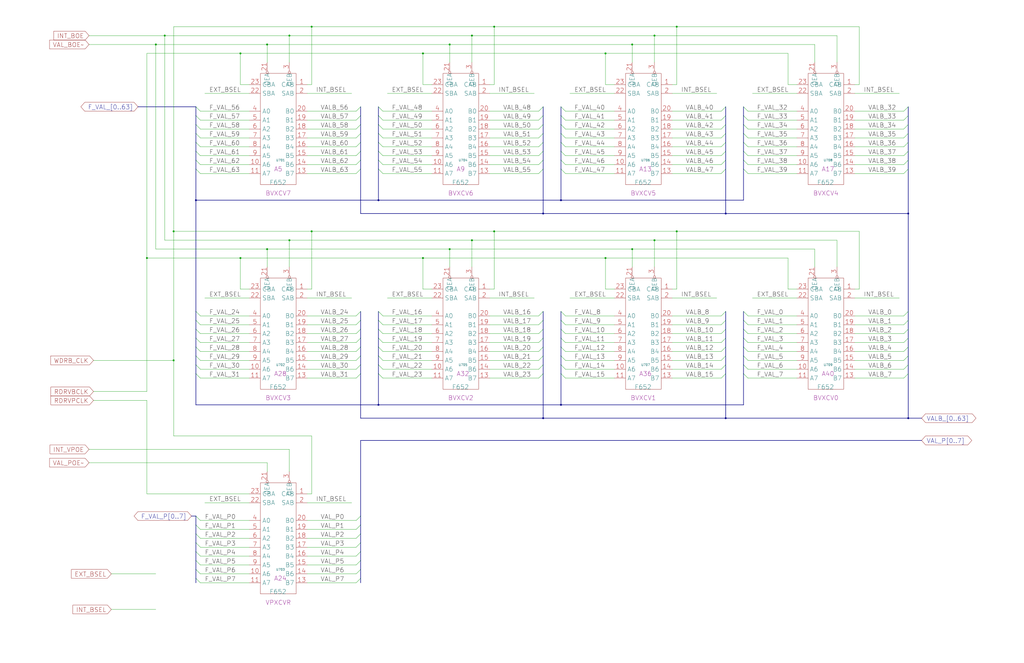
<source format=kicad_sch>
(kicad_sch (version 20230121) (generator eeschema)
  (paper "User" 584.2 378.46)
  (title_block (title "BXCVR\\nVAL AND VAL_PARITY") (date "08-MAR-90") (rev "0.0") (comment 1 "MEM32 BOARD") (comment 2 "232-003066") (comment 3 "S400") (comment 4 "RELEASED"))
  (lib_symbols
    (symbol "r1000:F652" (pin_names (offset 1.016))
      (property "Reference" "U" (at 2.54 5.08 0))
      (property "Value" "F652" (at -3.81 -7.62 0))
      (property "Location" "___" (at -1.27 0 0))
      (property "Name" "______" (at 1.27 -15.24 0))
      (symbol "F652_1_1"
        (rectangle (start -8.89 54.61) (end 11.43 -8.89))
        (circle (center -5.08 55.245) (radius 0.635))
        (circle (center 7.62 55.245) (radius 0.635))
        (pin input line (at 17.78 48.26 180) (length 6.35) (name "CAB") (number "1"))
        (pin bidirectional line (at -15.24 2.54 0) (length 6.35) (name "A6") (number "10"))
        (pin bidirectional line (at -15.24 -2.54 0) (length 6.35) (name "A7") (number "11"))
        (pin bidirectional line (at 17.78 -2.54 180) (length 6.35) (name "B7") (number "13"))
        (pin bidirectional line (at 17.78 2.54 180) (length 6.35) (name "B6") (number "14"))
        (pin bidirectional line (at 17.78 7.62 180) (length 6.35) (name "B5") (number "15"))
        (pin bidirectional line (at 17.78 12.7 180) (length 6.35) (name "B4") (number "16"))
        (pin bidirectional line (at 17.78 17.78 180) (length 6.35) (name "B3") (number "17"))
        (pin bidirectional line (at 17.78 22.86 180) (length 6.35) (name "B2") (number "18"))
        (pin bidirectional line (at 17.78 27.94 180) (length 6.35) (name "B1") (number "19"))
        (pin input line (at 17.78 43.18 180) (length 6.35) (name "SAB") (number "2"))
        (pin bidirectional line (at 17.78 33.02 180) (length 6.35) (name "B0") (number "20"))
        (pin input line (at -5.08 60.96 270) (length 5.08) (name "OEA") (number "21"))
        (pin input line (at -15.24 43.18 0) (length 6.35) (name "SBA") (number "22"))
        (pin input line (at -15.24 48.26 0) (length 6.35) (name "CBA") (number "23"))
        (pin input line (at 7.62 60.96 270) (length 5.08) (name "OEB") (number "3"))
        (pin bidirectional line (at -15.24 33.02 0) (length 6.35) (name "A0") (number "4"))
        (pin bidirectional line (at -15.24 27.94 0) (length 6.35) (name "A1") (number "5"))
        (pin bidirectional line (at -15.24 22.86 0) (length 6.35) (name "A2") (number "6"))
        (pin bidirectional line (at -15.24 17.78 0) (length 6.35) (name "A3") (number "7"))
        (pin bidirectional line (at -15.24 12.7 0) (length 6.35) (name "A4") (number "8"))
        (pin bidirectional line (at -15.24 7.62 0) (length 6.35) (name "A5") (number "9"))
      )
    )
  )
  (junction (at 93.98 20.32))
  (junction (at 320.04 231.14))
  (junction (at 373.38 137.16))
  (junction (at 165.1 137.16))
  (junction (at 309.88 121.92))
  (junction (at 345.44 30.48))
  (junction (at 256.54 142.24))
  (junction (at 414.02 238.76))
  (junction (at 373.38 20.32))
  (junction (at 152.4 25.4))
  (junction (at 165.1 20.32))
  (junction (at 83.82 147.32))
  (junction (at 256.54 25.4))
  (junction (at 99.06 132.08))
  (junction (at 269.24 20.32))
  (junction (at 88.9 25.4))
  (junction (at 320.04 114.3))
  (junction (at 177.8 132.08))
  (junction (at 215.9 114.3))
  (junction (at 137.16 30.48))
  (junction (at 345.44 147.32))
  (junction (at 518.16 121.92))
  (junction (at 360.68 142.24))
  (junction (at 152.4 142.24))
  (junction (at 281.94 132.08))
  (junction (at 137.16 147.32))
  (junction (at 241.3 30.48))
  (junction (at 215.9 231.14))
  (junction (at 386.08 15.24))
  (junction (at 518.16 238.76))
  (junction (at 177.8 15.24))
  (junction (at 386.08 132.08))
  (junction (at 281.94 15.24))
  (junction (at 309.88 238.76))
  (junction (at 269.24 137.16))
  (junction (at 360.68 25.4))
  (junction (at 241.3 147.32))
  (junction (at 99.06 205.74))
  (junction (at 414.02 121.92))
  (junction (at 111.76 114.3))
  (bus_entry (at 320.04 193.04) (size 2.54 2.54))
  (bus_entry (at 309.88 81.28) (size -2.54 2.54))
  (bus_entry (at 309.88 193.04) (size -2.54 2.54))
  (bus_entry (at 111.76 187.96) (size 2.54 2.54))
  (bus_entry (at 111.76 213.36) (size 2.54 2.54))
  (bus_entry (at 215.9 177.8) (size 2.54 2.54))
  (bus_entry (at 215.9 60.96) (size 2.54 2.54))
  (bus_entry (at 205.74 91.44) (size -2.54 2.54))
  (bus_entry (at 111.76 66.04) (size 2.54 2.54))
  (bus_entry (at 111.76 182.88) (size 2.54 2.54))
  (bus_entry (at 414.02 177.8) (size -2.54 2.54))
  (bus_entry (at 309.88 76.2) (size -2.54 2.54))
  (bus_entry (at 518.16 91.44) (size -2.54 2.54))
  (bus_entry (at 111.76 314.96) (size 2.54 2.54))
  (bus_entry (at 320.04 66.04) (size 2.54 2.54))
  (bus_entry (at 414.02 66.04) (size -2.54 2.54))
  (bus_entry (at 215.9 71.12) (size 2.54 2.54))
  (bus_entry (at 215.9 76.2) (size 2.54 2.54))
  (bus_entry (at 320.04 96.52) (size 2.54 2.54))
  (bus_entry (at 424.18 66.04) (size 2.54 2.54))
  (bus_entry (at 414.02 193.04) (size -2.54 2.54))
  (bus_entry (at 424.18 208.28) (size 2.54 2.54))
  (bus_entry (at 111.76 203.2) (size 2.54 2.54))
  (bus_entry (at 518.16 60.96) (size -2.54 2.54))
  (bus_entry (at 111.76 86.36) (size 2.54 2.54))
  (bus_entry (at 111.76 76.2) (size 2.54 2.54))
  (bus_entry (at 518.16 71.12) (size -2.54 2.54))
  (bus_entry (at 424.18 60.96) (size 2.54 2.54))
  (bus_entry (at 320.04 177.8) (size 2.54 2.54))
  (bus_entry (at 424.18 76.2) (size 2.54 2.54))
  (bus_entry (at 518.16 208.28) (size -2.54 2.54))
  (bus_entry (at 205.74 330.2) (size -2.54 2.54))
  (bus_entry (at 309.88 71.12) (size -2.54 2.54))
  (bus_entry (at 111.76 71.12) (size 2.54 2.54))
  (bus_entry (at 205.74 294.64) (size -2.54 2.54))
  (bus_entry (at 205.74 304.8) (size -2.54 2.54))
  (bus_entry (at 518.16 177.8) (size -2.54 2.54))
  (bus_entry (at 215.9 91.44) (size 2.54 2.54))
  (bus_entry (at 309.88 96.52) (size -2.54 2.54))
  (bus_entry (at 215.9 213.36) (size 2.54 2.54))
  (bus_entry (at 309.88 208.28) (size -2.54 2.54))
  (bus_entry (at 320.04 198.12) (size 2.54 2.54))
  (bus_entry (at 518.16 182.88) (size -2.54 2.54))
  (bus_entry (at 414.02 81.28) (size -2.54 2.54))
  (bus_entry (at 518.16 203.2) (size -2.54 2.54))
  (bus_entry (at 424.18 203.2) (size 2.54 2.54))
  (bus_entry (at 111.76 320.04) (size 2.54 2.54))
  (bus_entry (at 309.88 60.96) (size -2.54 2.54))
  (bus_entry (at 111.76 294.64) (size 2.54 2.54))
  (bus_entry (at 111.76 193.04) (size 2.54 2.54))
  (bus_entry (at 309.88 91.44) (size -2.54 2.54))
  (bus_entry (at 414.02 198.12) (size -2.54 2.54))
  (bus_entry (at 320.04 76.2) (size 2.54 2.54))
  (bus_entry (at 320.04 182.88) (size 2.54 2.54))
  (bus_entry (at 309.88 177.8) (size -2.54 2.54))
  (bus_entry (at 205.74 203.2) (size -2.54 2.54))
  (bus_entry (at 414.02 60.96) (size -2.54 2.54))
  (bus_entry (at 320.04 208.28) (size 2.54 2.54))
  (bus_entry (at 320.04 187.96) (size 2.54 2.54))
  (bus_entry (at 111.76 60.96) (size 2.54 2.54))
  (bus_entry (at 414.02 76.2) (size -2.54 2.54))
  (bus_entry (at 518.16 66.04) (size -2.54 2.54))
  (bus_entry (at 205.74 81.28) (size -2.54 2.54))
  (bus_entry (at 215.9 96.52) (size 2.54 2.54))
  (bus_entry (at 205.74 96.52) (size -2.54 2.54))
  (bus_entry (at 320.04 203.2) (size 2.54 2.54))
  (bus_entry (at 205.74 86.36) (size -2.54 2.54))
  (bus_entry (at 215.9 86.36) (size 2.54 2.54))
  (bus_entry (at 424.18 96.52) (size 2.54 2.54))
  (bus_entry (at 414.02 71.12) (size -2.54 2.54))
  (bus_entry (at 205.74 193.04) (size -2.54 2.54))
  (bus_entry (at 309.88 187.96) (size -2.54 2.54))
  (bus_entry (at 320.04 86.36) (size 2.54 2.54))
  (bus_entry (at 205.74 76.2) (size -2.54 2.54))
  (bus_entry (at 424.18 91.44) (size 2.54 2.54))
  (bus_entry (at 414.02 203.2) (size -2.54 2.54))
  (bus_entry (at 309.88 198.12) (size -2.54 2.54))
  (bus_entry (at 111.76 304.8) (size 2.54 2.54))
  (bus_entry (at 424.18 177.8) (size 2.54 2.54))
  (bus_entry (at 215.9 66.04) (size 2.54 2.54))
  (bus_entry (at 518.16 193.04) (size -2.54 2.54))
  (bus_entry (at 215.9 187.96) (size 2.54 2.54))
  (bus_entry (at 205.74 309.88) (size -2.54 2.54))
  (bus_entry (at 424.18 198.12) (size 2.54 2.54))
  (bus_entry (at 205.74 198.12) (size -2.54 2.54))
  (bus_entry (at 518.16 187.96) (size -2.54 2.54))
  (bus_entry (at 205.74 208.28) (size -2.54 2.54))
  (bus_entry (at 111.76 81.28) (size 2.54 2.54))
  (bus_entry (at 111.76 309.88) (size 2.54 2.54))
  (bus_entry (at 215.9 193.04) (size 2.54 2.54))
  (bus_entry (at 205.74 177.8) (size -2.54 2.54))
  (bus_entry (at 205.74 314.96) (size -2.54 2.54))
  (bus_entry (at 424.18 193.04) (size 2.54 2.54))
  (bus_entry (at 414.02 96.52) (size -2.54 2.54))
  (bus_entry (at 205.74 187.96) (size -2.54 2.54))
  (bus_entry (at 320.04 60.96) (size 2.54 2.54))
  (bus_entry (at 309.88 66.04) (size -2.54 2.54))
  (bus_entry (at 518.16 76.2) (size -2.54 2.54))
  (bus_entry (at 424.18 182.88) (size 2.54 2.54))
  (bus_entry (at 424.18 213.36) (size 2.54 2.54))
  (bus_entry (at 518.16 213.36) (size -2.54 2.54))
  (bus_entry (at 309.88 182.88) (size -2.54 2.54))
  (bus_entry (at 518.16 96.52) (size -2.54 2.54))
  (bus_entry (at 414.02 213.36) (size -2.54 2.54))
  (bus_entry (at 111.76 91.44) (size 2.54 2.54))
  (bus_entry (at 414.02 91.44) (size -2.54 2.54))
  (bus_entry (at 424.18 71.12) (size 2.54 2.54))
  (bus_entry (at 414.02 187.96) (size -2.54 2.54))
  (bus_entry (at 205.74 60.96) (size -2.54 2.54))
  (bus_entry (at 111.76 325.12) (size 2.54 2.54))
  (bus_entry (at 414.02 86.36) (size -2.54 2.54))
  (bus_entry (at 111.76 177.8) (size 2.54 2.54))
  (bus_entry (at 309.88 203.2) (size -2.54 2.54))
  (bus_entry (at 111.76 198.12) (size 2.54 2.54))
  (bus_entry (at 215.9 198.12) (size 2.54 2.54))
  (bus_entry (at 518.16 86.36) (size -2.54 2.54))
  (bus_entry (at 414.02 208.28) (size -2.54 2.54))
  (bus_entry (at 424.18 81.28) (size 2.54 2.54))
  (bus_entry (at 205.74 66.04) (size -2.54 2.54))
  (bus_entry (at 215.9 203.2) (size 2.54 2.54))
  (bus_entry (at 518.16 198.12) (size -2.54 2.54))
  (bus_entry (at 320.04 71.12) (size 2.54 2.54))
  (bus_entry (at 215.9 208.28) (size 2.54 2.54))
  (bus_entry (at 111.76 299.72) (size 2.54 2.54))
  (bus_entry (at 205.74 320.04) (size -2.54 2.54))
  (bus_entry (at 205.74 299.72) (size -2.54 2.54))
  (bus_entry (at 205.74 213.36) (size -2.54 2.54))
  (bus_entry (at 205.74 325.12) (size -2.54 2.54))
  (bus_entry (at 309.88 86.36) (size -2.54 2.54))
  (bus_entry (at 424.18 86.36) (size 2.54 2.54))
  (bus_entry (at 424.18 187.96) (size 2.54 2.54))
  (bus_entry (at 205.74 182.88) (size -2.54 2.54))
  (bus_entry (at 414.02 182.88) (size -2.54 2.54))
  (bus_entry (at 111.76 208.28) (size 2.54 2.54))
  (bus_entry (at 518.16 81.28) (size -2.54 2.54))
  (bus_entry (at 111.76 330.2) (size 2.54 2.54))
  (bus_entry (at 320.04 81.28) (size 2.54 2.54))
  (bus_entry (at 215.9 81.28) (size 2.54 2.54))
  (bus_entry (at 309.88 213.36) (size -2.54 2.54))
  (bus_entry (at 111.76 96.52) (size 2.54 2.54))
  (bus_entry (at 320.04 91.44) (size 2.54 2.54))
  (bus_entry (at 215.9 182.88) (size 2.54 2.54))
  (bus_entry (at 320.04 213.36) (size 2.54 2.54))
  (bus_entry (at 205.74 71.12) (size -2.54 2.54))
  (wire (pts (xy 454.66 48.26) (xy 449.58 48.26)))
  (bus (pts (xy 320.04 187.96) (xy 320.04 193.04)))
  (wire (pts (xy 177.8 15.24) (xy 177.8 48.26)))
  (wire (pts (xy 383.54 180.34) (xy 411.48 180.34)))
  (wire (pts (xy 449.58 147.32) (xy 449.58 165.1)))
  (bus (pts (xy 205.74 238.76) (xy 309.88 238.76)))
  (wire (pts (xy 279.4 88.9) (xy 307.34 88.9)))
  (wire (pts (xy 218.44 68.58) (xy 246.38 68.58)))
  (bus (pts (xy 205.74 182.88) (xy 205.74 187.96)))
  (wire (pts (xy 175.26 63.5) (xy 203.2 63.5)))
  (wire (pts (xy 63.5 347.98) (xy 88.9 347.98)))
  (wire (pts (xy 246.38 48.26) (xy 241.3 48.26)))
  (wire (pts (xy 218.44 73.66) (xy 246.38 73.66)))
  (bus (pts (xy 424.18 60.96) (xy 424.18 66.04)))
  (wire (pts (xy 99.06 132.08) (xy 99.06 15.24)))
  (wire (pts (xy 175.26 302.26) (xy 203.2 302.26)))
  (wire (pts (xy 322.58 83.82) (xy 350.52 83.82)))
  (bus (pts (xy 215.9 114.3) (xy 111.76 114.3)))
  (bus (pts (xy 414.02 86.36) (xy 414.02 91.44)))
  (wire (pts (xy 269.24 20.32) (xy 269.24 35.56)))
  (wire (pts (xy 426.72 78.74) (xy 454.66 78.74)))
  (wire (pts (xy 386.08 132.08) (xy 281.94 132.08)))
  (wire (pts (xy 279.4 165.1) (xy 281.94 165.1)))
  (bus (pts (xy 309.88 86.36) (xy 309.88 91.44)))
  (wire (pts (xy 114.3 88.9) (xy 142.24 88.9)))
  (wire (pts (xy 487.68 73.66) (xy 515.62 73.66)))
  (wire (pts (xy 175.26 78.74) (xy 203.2 78.74)))
  (wire (pts (xy 426.72 73.66) (xy 454.66 73.66)))
  (wire (pts (xy 383.54 215.9) (xy 411.48 215.9)))
  (wire (pts (xy 246.38 165.1) (xy 241.3 165.1)))
  (bus (pts (xy 205.74 294.64) (xy 205.74 299.72)))
  (wire (pts (xy 218.44 200.66) (xy 246.38 200.66)))
  (bus (pts (xy 320.04 198.12) (xy 320.04 203.2)))
  (wire (pts (xy 114.3 190.5) (xy 142.24 190.5)))
  (wire (pts (xy 142.24 48.26) (xy 137.16 48.26)))
  (wire (pts (xy 322.58 78.74) (xy 350.52 78.74)))
  (bus (pts (xy 111.76 71.12) (xy 111.76 76.2)))
  (wire (pts (xy 487.68 180.34) (xy 515.62 180.34)))
  (wire (pts (xy 175.26 73.66) (xy 203.2 73.66)))
  (wire (pts (xy 279.4 205.74) (xy 307.34 205.74)))
  (bus (pts (xy 518.16 60.96) (xy 518.16 66.04)))
  (wire (pts (xy 487.68 210.82) (xy 515.62 210.82)))
  (wire (pts (xy 114.3 99.06) (xy 142.24 99.06)))
  (bus (pts (xy 424.18 76.2) (xy 424.18 81.28)))
  (bus (pts (xy 111.76 76.2) (xy 111.76 81.28)))
  (bus (pts (xy 205.74 121.92) (xy 309.88 121.92)))
  (wire (pts (xy 53.34 228.6) (xy 83.82 228.6)))
  (bus (pts (xy 518.16 177.8) (xy 518.16 182.88)))
  (wire (pts (xy 165.1 256.54) (xy 165.1 269.24)))
  (wire (pts (xy 279.4 48.26) (xy 281.94 48.26)))
  (wire (pts (xy 279.4 78.74) (xy 307.34 78.74)))
  (wire (pts (xy 325.12 170.18) (xy 350.52 170.18)))
  (bus (pts (xy 309.88 60.96) (xy 309.88 66.04)))
  (bus (pts (xy 309.88 76.2) (xy 309.88 81.28)))
  (wire (pts (xy 487.68 195.58) (xy 515.62 195.58)))
  (wire (pts (xy 281.94 132.08) (xy 177.8 132.08)))
  (wire (pts (xy 218.44 93.98) (xy 246.38 93.98)))
  (wire (pts (xy 175.26 68.58) (xy 203.2 68.58)))
  (wire (pts (xy 93.98 137.16) (xy 165.1 137.16)))
  (wire (pts (xy 345.44 147.32) (xy 449.58 147.32)))
  (wire (pts (xy 487.68 68.58) (xy 515.62 68.58)))
  (wire (pts (xy 279.4 63.5) (xy 307.34 63.5)))
  (wire (pts (xy 487.68 48.26) (xy 490.22 48.26)))
  (bus (pts (xy 111.76 193.04) (xy 111.76 198.12)))
  (wire (pts (xy 114.3 317.5) (xy 142.24 317.5)))
  (bus (pts (xy 320.04 91.44) (xy 320.04 96.52)))
  (wire (pts (xy 426.72 185.42) (xy 454.66 185.42)))
  (wire (pts (xy 281.94 15.24) (xy 386.08 15.24)))
  (wire (pts (xy 426.72 68.58) (xy 454.66 68.58)))
  (wire (pts (xy 177.8 132.08) (xy 99.06 132.08)))
  (bus (pts (xy 424.18 187.96) (xy 424.18 193.04)))
  (wire (pts (xy 114.3 332.74) (xy 142.24 332.74)))
  (bus (pts (xy 414.02 66.04) (xy 414.02 71.12)))
  (wire (pts (xy 152.4 25.4) (xy 256.54 25.4)))
  (bus (pts (xy 309.88 96.52) (xy 309.88 121.92)))
  (bus (pts (xy 215.9 86.36) (xy 215.9 91.44)))
  (wire (pts (xy 152.4 142.24) (xy 152.4 152.4)))
  (wire (pts (xy 373.38 137.16) (xy 373.38 152.4)))
  (bus (pts (xy 518.16 96.52) (xy 518.16 121.92)))
  (bus (pts (xy 320.04 203.2) (xy 320.04 208.28)))
  (bus (pts (xy 309.88 182.88) (xy 309.88 187.96)))
  (bus (pts (xy 309.88 66.04) (xy 309.88 71.12)))
  (wire (pts (xy 88.9 25.4) (xy 152.4 25.4)))
  (bus (pts (xy 205.74 177.8) (xy 205.74 182.88)))
  (bus (pts (xy 424.18 177.8) (xy 424.18 182.88)))
  (bus (pts (xy 111.76 299.72) (xy 111.76 304.8)))
  (wire (pts (xy 360.68 142.24) (xy 256.54 142.24)))
  (wire (pts (xy 279.4 68.58) (xy 307.34 68.58)))
  (wire (pts (xy 137.16 147.32) (xy 241.3 147.32)))
  (bus (pts (xy 414.02 203.2) (xy 414.02 208.28)))
  (wire (pts (xy 429.26 170.18) (xy 454.66 170.18)))
  (bus (pts (xy 414.02 213.36) (xy 414.02 238.76)))
  (wire (pts (xy 383.54 73.66) (xy 411.48 73.66)))
  (wire (pts (xy 429.26 53.34) (xy 454.66 53.34)))
  (wire (pts (xy 218.44 180.34) (xy 246.38 180.34)))
  (bus (pts (xy 320.04 177.8) (xy 320.04 182.88)))
  (wire (pts (xy 114.3 210.82) (xy 142.24 210.82)))
  (wire (pts (xy 175.26 281.94) (xy 177.8 281.94)))
  (wire (pts (xy 175.26 307.34) (xy 203.2 307.34)))
  (wire (pts (xy 487.68 93.98) (xy 515.62 93.98)))
  (bus (pts (xy 518.16 71.12) (xy 518.16 76.2)))
  (wire (pts (xy 175.26 322.58) (xy 203.2 322.58)))
  (wire (pts (xy 177.8 248.92) (xy 99.06 248.92)))
  (wire (pts (xy 426.72 210.82) (xy 454.66 210.82)))
  (bus (pts (xy 309.88 213.36) (xy 309.88 238.76)))
  (wire (pts (xy 83.82 30.48) (xy 83.82 147.32)))
  (wire (pts (xy 53.34 223.52) (xy 83.82 223.52)))
  (wire (pts (xy 99.06 205.74) (xy 99.06 132.08)))
  (bus (pts (xy 111.76 81.28) (xy 111.76 86.36)))
  (wire (pts (xy 241.3 30.48) (xy 137.16 30.48)))
  (bus (pts (xy 205.74 198.12) (xy 205.74 203.2)))
  (wire (pts (xy 256.54 142.24) (xy 152.4 142.24)))
  (wire (pts (xy 50.8 25.4) (xy 88.9 25.4)))
  (wire (pts (xy 477.52 137.16) (xy 477.52 152.4)))
  (bus (pts (xy 215.9 76.2) (xy 215.9 81.28)))
  (wire (pts (xy 383.54 93.98) (xy 411.48 93.98)))
  (bus (pts (xy 205.74 213.36) (xy 205.74 238.76)))
  (bus (pts (xy 205.74 81.28) (xy 205.74 86.36)))
  (wire (pts (xy 137.16 30.48) (xy 83.82 30.48)))
  (wire (pts (xy 383.54 68.58) (xy 411.48 68.58)))
  (wire (pts (xy 165.1 20.32) (xy 93.98 20.32)))
  (wire (pts (xy 218.44 185.42) (xy 246.38 185.42)))
  (wire (pts (xy 114.3 83.82) (xy 142.24 83.82)))
  (wire (pts (xy 114.3 73.66) (xy 142.24 73.66)))
  (wire (pts (xy 449.58 30.48) (xy 345.44 30.48)))
  (bus (pts (xy 205.74 71.12) (xy 205.74 76.2)))
  (wire (pts (xy 218.44 205.74) (xy 246.38 205.74)))
  (wire (pts (xy 350.52 165.1) (xy 345.44 165.1)))
  (wire (pts (xy 175.26 200.66) (xy 203.2 200.66)))
  (wire (pts (xy 345.44 147.32) (xy 345.44 165.1)))
  (bus (pts (xy 205.74 320.04) (xy 205.74 325.12)))
  (wire (pts (xy 426.72 205.74) (xy 454.66 205.74)))
  (bus (pts (xy 414.02 76.2) (xy 414.02 81.28)))
  (bus (pts (xy 424.18 81.28) (xy 424.18 86.36)))
  (wire (pts (xy 426.72 88.9) (xy 454.66 88.9)))
  (wire (pts (xy 383.54 53.34) (xy 408.94 53.34)))
  (bus (pts (xy 424.18 71.12) (xy 424.18 76.2)))
  (wire (pts (xy 464.82 142.24) (xy 360.68 142.24)))
  (bus (pts (xy 215.9 193.04) (xy 215.9 198.12)))
  (bus (pts (xy 518.16 187.96) (xy 518.16 193.04)))
  (wire (pts (xy 218.44 83.82) (xy 246.38 83.82)))
  (bus (pts (xy 518.16 198.12) (xy 518.16 203.2)))
  (wire (pts (xy 383.54 99.06) (xy 411.48 99.06)))
  (wire (pts (xy 256.54 25.4) (xy 256.54 35.56)))
  (wire (pts (xy 383.54 165.1) (xy 386.08 165.1)))
  (bus (pts (xy 205.74 251.46) (xy 205.74 294.64)))
  (bus (pts (xy 309.88 177.8) (xy 309.88 182.88)))
  (wire (pts (xy 99.06 248.92) (xy 99.06 205.74)))
  (wire (pts (xy 279.4 180.34) (xy 307.34 180.34)))
  (bus (pts (xy 111.76 304.8) (xy 111.76 309.88)))
  (wire (pts (xy 279.4 200.66) (xy 307.34 200.66)))
  (wire (pts (xy 114.3 302.26) (xy 142.24 302.26)))
  (bus (pts (xy 215.9 71.12) (xy 215.9 76.2)))
  (bus (pts (xy 309.88 203.2) (xy 309.88 208.28)))
  (bus (pts (xy 320.04 193.04) (xy 320.04 198.12)))
  (bus (pts (xy 111.76 208.28) (xy 111.76 213.36)))
  (bus (pts (xy 205.74 330.2) (xy 205.74 332.74)))
  (wire (pts (xy 383.54 88.9) (xy 411.48 88.9)))
  (wire (pts (xy 490.22 15.24) (xy 490.22 48.26)))
  (bus (pts (xy 111.76 231.14) (xy 215.9 231.14)))
  (bus (pts (xy 215.9 91.44) (xy 215.9 96.52)))
  (wire (pts (xy 360.68 25.4) (xy 360.68 35.56)))
  (bus (pts (xy 205.74 251.46) (xy 525.78 251.46)))
  (wire (pts (xy 175.26 332.74) (xy 203.2 332.74)))
  (bus (pts (xy 320.04 182.88) (xy 320.04 187.96)))
  (wire (pts (xy 241.3 147.32) (xy 345.44 147.32)))
  (bus (pts (xy 111.76 309.88) (xy 111.76 314.96)))
  (wire (pts (xy 114.3 307.34) (xy 142.24 307.34)))
  (wire (pts (xy 383.54 210.82) (xy 411.48 210.82)))
  (bus (pts (xy 424.18 203.2) (xy 424.18 208.28)))
  (bus (pts (xy 215.9 81.28) (xy 215.9 86.36)))
  (wire (pts (xy 383.54 200.66) (xy 411.48 200.66)))
  (wire (pts (xy 322.58 63.5) (xy 350.52 63.5)))
  (bus (pts (xy 518.16 213.36) (xy 518.16 238.76)))
  (bus (pts (xy 414.02 96.52) (xy 414.02 121.92)))
  (wire (pts (xy 175.26 195.58) (xy 203.2 195.58)))
  (bus (pts (xy 320.04 86.36) (xy 320.04 91.44)))
  (wire (pts (xy 464.82 142.24) (xy 464.82 152.4)))
  (wire (pts (xy 386.08 132.08) (xy 386.08 165.1)))
  (bus (pts (xy 424.18 208.28) (xy 424.18 213.36)))
  (bus (pts (xy 320.04 76.2) (xy 320.04 81.28)))
  (wire (pts (xy 220.98 170.18) (xy 246.38 170.18)))
  (bus (pts (xy 215.9 208.28) (xy 215.9 213.36)))
  (wire (pts (xy 426.72 99.06) (xy 454.66 99.06)))
  (bus (pts (xy 424.18 213.36) (xy 424.18 231.14)))
  (bus (pts (xy 111.76 314.96) (xy 111.76 320.04)))
  (bus (pts (xy 518.16 81.28) (xy 518.16 86.36)))
  (bus (pts (xy 309.88 238.76) (xy 414.02 238.76)))
  (wire (pts (xy 218.44 99.06) (xy 246.38 99.06)))
  (wire (pts (xy 322.58 185.42) (xy 350.52 185.42)))
  (wire (pts (xy 165.1 137.16) (xy 269.24 137.16)))
  (wire (pts (xy 218.44 210.82) (xy 246.38 210.82)))
  (wire (pts (xy 177.8 15.24) (xy 281.94 15.24)))
  (wire (pts (xy 175.26 215.9) (xy 203.2 215.9)))
  (bus (pts (xy 205.74 325.12) (xy 205.74 330.2)))
  (wire (pts (xy 114.3 200.66) (xy 142.24 200.66)))
  (wire (pts (xy 360.68 142.24) (xy 360.68 152.4)))
  (wire (pts (xy 50.8 20.32) (xy 93.98 20.32)))
  (bus (pts (xy 111.76 198.12) (xy 111.76 203.2)))
  (bus (pts (xy 215.9 203.2) (xy 215.9 208.28)))
  (bus (pts (xy 309.88 81.28) (xy 309.88 86.36)))
  (bus (pts (xy 205.74 193.04) (xy 205.74 198.12)))
  (bus (pts (xy 414.02 121.92) (xy 518.16 121.92)))
  (bus (pts (xy 518.16 182.88) (xy 518.16 187.96)))
  (wire (pts (xy 152.4 25.4) (xy 152.4 35.56)))
  (bus (pts (xy 111.76 91.44) (xy 111.76 96.52)))
  (wire (pts (xy 83.82 223.52) (xy 83.82 147.32)))
  (wire (pts (xy 487.68 63.5) (xy 515.62 63.5)))
  (wire (pts (xy 322.58 88.9) (xy 350.52 88.9)))
  (bus (pts (xy 518.16 238.76) (xy 525.78 238.76)))
  (wire (pts (xy 165.1 20.32) (xy 165.1 35.56)))
  (bus (pts (xy 414.02 238.76) (xy 518.16 238.76)))
  (wire (pts (xy 464.82 25.4) (xy 464.82 35.56)))
  (wire (pts (xy 322.58 215.9) (xy 350.52 215.9)))
  (wire (pts (xy 175.26 327.66) (xy 203.2 327.66)))
  (bus (pts (xy 111.76 177.8) (xy 111.76 182.88)))
  (bus (pts (xy 205.74 299.72) (xy 205.74 304.8)))
  (bus (pts (xy 414.02 177.8) (xy 414.02 182.88)))
  (bus (pts (xy 518.16 91.44) (xy 518.16 96.52)))
  (bus (pts (xy 309.88 193.04) (xy 309.88 198.12)))
  (wire (pts (xy 279.4 190.5) (xy 307.34 190.5)))
  (bus (pts (xy 414.02 198.12) (xy 414.02 203.2)))
  (bus (pts (xy 320.04 231.14) (xy 424.18 231.14)))
  (bus (pts (xy 309.88 71.12) (xy 309.88 76.2)))
  (wire (pts (xy 83.82 281.94) (xy 142.24 281.94)))
  (bus (pts (xy 205.74 208.28) (xy 205.74 213.36)))
  (bus (pts (xy 215.9 96.52) (xy 215.9 114.3)))
  (wire (pts (xy 325.12 53.34) (xy 350.52 53.34)))
  (wire (pts (xy 175.26 165.1) (xy 177.8 165.1)))
  (bus (pts (xy 309.88 91.44) (xy 309.88 96.52)))
  (wire (pts (xy 383.54 205.74) (xy 411.48 205.74)))
  (wire (pts (xy 50.8 264.16) (xy 152.4 264.16)))
  (wire (pts (xy 386.08 15.24) (xy 386.08 48.26)))
  (bus (pts (xy 320.04 208.28) (xy 320.04 213.36)))
  (bus (pts (xy 424.18 96.52) (xy 424.18 114.3)))
  (wire (pts (xy 373.38 20.32) (xy 373.38 35.56)))
  (wire (pts (xy 175.26 93.98) (xy 203.2 93.98)))
  (wire (pts (xy 322.58 73.66) (xy 350.52 73.66)))
  (wire (pts (xy 53.34 205.74) (xy 99.06 205.74)))
  (bus (pts (xy 414.02 71.12) (xy 414.02 76.2)))
  (wire (pts (xy 175.26 48.26) (xy 177.8 48.26)))
  (wire (pts (xy 114.3 205.74) (xy 142.24 205.74)))
  (wire (pts (xy 487.68 88.9) (xy 515.62 88.9)))
  (wire (pts (xy 256.54 25.4) (xy 360.68 25.4)))
  (wire (pts (xy 175.26 170.18) (xy 200.66 170.18)))
  (wire (pts (xy 175.26 297.18) (xy 203.2 297.18)))
  (bus (pts (xy 215.9 182.88) (xy 215.9 187.96)))
  (wire (pts (xy 175.26 53.34) (xy 200.66 53.34)))
  (wire (pts (xy 386.08 15.24) (xy 490.22 15.24)))
  (wire (pts (xy 279.4 215.9) (xy 307.34 215.9)))
  (bus (pts (xy 111.76 294.64) (xy 111.76 299.72)))
  (bus (pts (xy 320.04 81.28) (xy 320.04 86.36)))
  (bus (pts (xy 215.9 198.12) (xy 215.9 203.2)))
  (bus (pts (xy 414.02 182.88) (xy 414.02 187.96)))
  (wire (pts (xy 175.26 99.06) (xy 203.2 99.06)))
  (wire (pts (xy 426.72 93.98) (xy 454.66 93.98)))
  (wire (pts (xy 175.26 287.02) (xy 200.66 287.02)))
  (wire (pts (xy 350.52 48.26) (xy 345.44 48.26)))
  (wire (pts (xy 114.3 327.66) (xy 142.24 327.66)))
  (bus (pts (xy 320.04 71.12) (xy 320.04 76.2)))
  (bus (pts (xy 215.9 213.36) (xy 215.9 231.14)))
  (wire (pts (xy 241.3 30.48) (xy 241.3 48.26)))
  (wire (pts (xy 322.58 190.5) (xy 350.52 190.5)))
  (bus (pts (xy 111.76 182.88) (xy 111.76 187.96)))
  (wire (pts (xy 83.82 147.32) (xy 137.16 147.32)))
  (wire (pts (xy 165.1 137.16) (xy 165.1 152.4)))
  (wire (pts (xy 218.44 78.74) (xy 246.38 78.74)))
  (wire (pts (xy 487.68 170.18) (xy 513.08 170.18)))
  (bus (pts (xy 111.76 330.2) (xy 111.76 332.74)))
  (wire (pts (xy 426.72 200.66) (xy 454.66 200.66)))
  (wire (pts (xy 175.26 190.5) (xy 203.2 190.5)))
  (wire (pts (xy 383.54 48.26) (xy 386.08 48.26)))
  (wire (pts (xy 175.26 210.82) (xy 203.2 210.82)))
  (wire (pts (xy 137.16 30.48) (xy 137.16 48.26)))
  (wire (pts (xy 322.58 205.74) (xy 350.52 205.74)))
  (wire (pts (xy 383.54 170.18) (xy 408.94 170.18)))
  (wire (pts (xy 477.52 20.32) (xy 373.38 20.32)))
  (wire (pts (xy 177.8 132.08) (xy 177.8 165.1)))
  (bus (pts (xy 424.18 198.12) (xy 424.18 203.2)))
  (bus (pts (xy 215.9 177.8) (xy 215.9 182.88)))
  (wire (pts (xy 137.16 147.32) (xy 137.16 165.1)))
  (wire (pts (xy 175.26 83.82) (xy 203.2 83.82)))
  (bus (pts (xy 205.74 60.96) (xy 205.74 66.04)))
  (wire (pts (xy 114.3 63.5) (xy 142.24 63.5)))
  (bus (pts (xy 205.74 96.52) (xy 205.74 121.92)))
  (wire (pts (xy 322.58 180.34) (xy 350.52 180.34)))
  (bus (pts (xy 111.76 187.96) (xy 111.76 193.04)))
  (bus (pts (xy 414.02 187.96) (xy 414.02 193.04)))
  (wire (pts (xy 426.72 63.5) (xy 454.66 63.5)))
  (wire (pts (xy 426.72 190.5) (xy 454.66 190.5)))
  (wire (pts (xy 142.24 165.1) (xy 137.16 165.1)))
  (wire (pts (xy 454.66 165.1) (xy 449.58 165.1)))
  (wire (pts (xy 383.54 195.58) (xy 411.48 195.58)))
  (wire (pts (xy 152.4 264.16) (xy 152.4 269.24)))
  (bus (pts (xy 111.76 213.36) (xy 111.76 231.14)))
  (bus (pts (xy 215.9 187.96) (xy 215.9 193.04)))
  (wire (pts (xy 383.54 78.74) (xy 411.48 78.74)))
  (wire (pts (xy 322.58 99.06) (xy 350.52 99.06)))
  (wire (pts (xy 373.38 137.16) (xy 477.52 137.16)))
  (wire (pts (xy 487.68 53.34) (xy 513.08 53.34)))
  (bus (pts (xy 414.02 208.28) (xy 414.02 213.36)))
  (bus (pts (xy 518.16 208.28) (xy 518.16 213.36)))
  (bus (pts (xy 111.76 114.3) (xy 111.76 177.8)))
  (bus (pts (xy 414.02 193.04) (xy 414.02 198.12)))
  (wire (pts (xy 114.3 68.58) (xy 142.24 68.58)))
  (wire (pts (xy 383.54 185.42) (xy 411.48 185.42)))
  (wire (pts (xy 175.26 317.5) (xy 203.2 317.5)))
  (wire (pts (xy 279.4 93.98) (xy 307.34 93.98)))
  (wire (pts (xy 114.3 185.42) (xy 142.24 185.42)))
  (bus (pts (xy 320.04 66.04) (xy 320.04 71.12)))
  (bus (pts (xy 518.16 86.36) (xy 518.16 91.44)))
  (wire (pts (xy 487.68 99.06) (xy 515.62 99.06)))
  (bus (pts (xy 111.76 203.2) (xy 111.76 208.28)))
  (wire (pts (xy 490.22 132.08) (xy 386.08 132.08)))
  (wire (pts (xy 114.3 312.42) (xy 142.24 312.42)))
  (wire (pts (xy 281.94 132.08) (xy 281.94 165.1)))
  (wire (pts (xy 63.5 327.66) (xy 88.9 327.66)))
  (wire (pts (xy 269.24 137.16) (xy 269.24 152.4)))
  (bus (pts (xy 424.18 91.44) (xy 424.18 96.52)))
  (wire (pts (xy 345.44 30.48) (xy 345.44 48.26)))
  (wire (pts (xy 114.3 215.9) (xy 142.24 215.9)))
  (wire (pts (xy 114.3 297.18) (xy 142.24 297.18)))
  (wire (pts (xy 279.4 210.82) (xy 307.34 210.82)))
  (wire (pts (xy 281.94 15.24) (xy 281.94 48.26)))
  (bus (pts (xy 424.18 86.36) (xy 424.18 91.44)))
  (bus (pts (xy 111.76 96.52) (xy 111.76 114.3)))
  (wire (pts (xy 175.26 88.9) (xy 203.2 88.9)))
  (wire (pts (xy 426.72 83.82) (xy 454.66 83.82)))
  (wire (pts (xy 322.58 200.66) (xy 350.52 200.66)))
  (bus (pts (xy 518.16 193.04) (xy 518.16 198.12)))
  (wire (pts (xy 99.06 15.24) (xy 177.8 15.24)))
  (bus (pts (xy 111.76 66.04) (xy 111.76 71.12)))
  (wire (pts (xy 50.8 256.54) (xy 165.1 256.54)))
  (wire (pts (xy 218.44 88.9) (xy 246.38 88.9)))
  (wire (pts (xy 383.54 63.5) (xy 411.48 63.5)))
  (wire (pts (xy 487.68 83.82) (xy 515.62 83.82)))
  (bus (pts (xy 309.88 121.92) (xy 414.02 121.92)))
  (wire (pts (xy 177.8 248.92) (xy 177.8 281.94)))
  (wire (pts (xy 279.4 195.58) (xy 307.34 195.58)))
  (bus (pts (xy 111.76 60.96) (xy 111.76 66.04)))
  (wire (pts (xy 279.4 99.06) (xy 307.34 99.06)))
  (bus (pts (xy 309.88 208.28) (xy 309.88 213.36)))
  (bus (pts (xy 309.88 187.96) (xy 309.88 193.04)))
  (wire (pts (xy 487.68 215.9) (xy 515.62 215.9)))
  (wire (pts (xy 114.3 180.34) (xy 142.24 180.34)))
  (bus (pts (xy 518.16 203.2) (xy 518.16 208.28)))
  (bus (pts (xy 424.18 66.04) (xy 424.18 71.12)))
  (bus (pts (xy 518.16 121.92) (xy 518.16 177.8)))
  (bus (pts (xy 205.74 187.96) (xy 205.74 193.04)))
  (wire (pts (xy 279.4 83.82) (xy 307.34 83.82)))
  (bus (pts (xy 424.18 182.88) (xy 424.18 187.96)))
  (wire (pts (xy 114.3 195.58) (xy 142.24 195.58)))
  (wire (pts (xy 487.68 190.5) (xy 515.62 190.5)))
  (bus (pts (xy 424.18 193.04) (xy 424.18 198.12)))
  (wire (pts (xy 322.58 68.58) (xy 350.52 68.58)))
  (wire (pts (xy 175.26 185.42) (xy 203.2 185.42)))
  (wire (pts (xy 279.4 73.66) (xy 307.34 73.66)))
  (bus (pts (xy 111.76 86.36) (xy 111.76 91.44)))
  (bus (pts (xy 205.74 66.04) (xy 205.74 71.12)))
  (wire (pts (xy 487.68 165.1) (xy 490.22 165.1)))
  (wire (pts (xy 487.68 185.42) (xy 515.62 185.42)))
  (wire (pts (xy 241.3 147.32) (xy 241.3 165.1)))
  (bus (pts (xy 78.74 60.96) (xy 111.76 60.96)))
  (wire (pts (xy 487.68 200.66) (xy 515.62 200.66)))
  (wire (pts (xy 279.4 170.18) (xy 304.8 170.18)))
  (wire (pts (xy 175.26 180.34) (xy 203.2 180.34)))
  (bus (pts (xy 109.22 294.64) (xy 111.76 294.64)))
  (bus (pts (xy 205.74 76.2) (xy 205.74 81.28)))
  (bus (pts (xy 320.04 114.3) (xy 215.9 114.3)))
  (wire (pts (xy 487.68 78.74) (xy 515.62 78.74)))
  (wire (pts (xy 477.52 20.32) (xy 477.52 35.56)))
  (bus (pts (xy 205.74 309.88) (xy 205.74 314.96)))
  (wire (pts (xy 220.98 53.34) (xy 246.38 53.34)))
  (wire (pts (xy 449.58 30.48) (xy 449.58 48.26)))
  (wire (pts (xy 116.84 53.34) (xy 142.24 53.34)))
  (wire (pts (xy 218.44 63.5) (xy 246.38 63.5)))
  (wire (pts (xy 114.3 93.98) (xy 142.24 93.98)))
  (wire (pts (xy 279.4 53.34) (xy 304.8 53.34)))
  (wire (pts (xy 269.24 137.16) (xy 373.38 137.16)))
  (wire (pts (xy 116.84 170.18) (xy 142.24 170.18)))
  (wire (pts (xy 218.44 215.9) (xy 246.38 215.9)))
  (bus (pts (xy 215.9 66.04) (xy 215.9 71.12)))
  (wire (pts (xy 426.72 195.58) (xy 454.66 195.58)))
  (bus (pts (xy 414.02 60.96) (xy 414.02 66.04)))
  (wire (pts (xy 116.84 287.02) (xy 142.24 287.02)))
  (wire (pts (xy 345.44 30.48) (xy 241.3 30.48)))
  (bus (pts (xy 215.9 231.14) (xy 320.04 231.14)))
  (wire (pts (xy 93.98 20.32) (xy 93.98 137.16)))
  (bus (pts (xy 111.76 320.04) (xy 111.76 325.12)))
  (bus (pts (xy 205.74 304.8) (xy 205.74 309.88)))
  (wire (pts (xy 373.38 20.32) (xy 269.24 20.32)))
  (wire (pts (xy 383.54 190.5) (xy 411.48 190.5)))
  (wire (pts (xy 152.4 142.24) (xy 88.9 142.24)))
  (wire (pts (xy 256.54 142.24) (xy 256.54 152.4)))
  (bus (pts (xy 320.04 96.52) (xy 320.04 114.3)))
  (bus (pts (xy 414.02 81.28) (xy 414.02 86.36)))
  (wire (pts (xy 175.26 312.42) (xy 203.2 312.42)))
  (bus (pts (xy 205.74 86.36) (xy 205.74 91.44)))
  (wire (pts (xy 383.54 83.82) (xy 411.48 83.82)))
  (wire (pts (xy 218.44 190.5) (xy 246.38 190.5)))
  (wire (pts (xy 426.72 215.9) (xy 454.66 215.9)))
  (wire (pts (xy 322.58 195.58) (xy 350.52 195.58)))
  (wire (pts (xy 322.58 93.98) (xy 350.52 93.98)))
  (bus (pts (xy 215.9 60.96) (xy 215.9 66.04)))
  (bus (pts (xy 320.04 213.36) (xy 320.04 231.14)))
  (bus (pts (xy 309.88 198.12) (xy 309.88 203.2)))
  (bus (pts (xy 414.02 91.44) (xy 414.02 96.52)))
  (wire (pts (xy 114.3 78.74) (xy 142.24 78.74)))
  (bus (pts (xy 205.74 203.2) (xy 205.74 208.28)))
  (wire (pts (xy 218.44 195.58) (xy 246.38 195.58)))
  (bus (pts (xy 518.16 76.2) (xy 518.16 81.28)))
  (wire (pts (xy 322.58 210.82) (xy 350.52 210.82)))
  (bus (pts (xy 518.16 66.04) (xy 518.16 71.12)))
  (bus (pts (xy 205.74 314.96) (xy 205.74 320.04)))
  (wire (pts (xy 114.3 322.58) (xy 142.24 322.58)))
  (wire (pts (xy 175.26 205.74) (xy 203.2 205.74)))
  (bus (pts (xy 111.76 325.12) (xy 111.76 330.2)))
  (wire (pts (xy 269.24 20.32) (xy 165.1 20.32)))
  (wire (pts (xy 83.82 228.6) (xy 83.82 281.94)))
  (bus (pts (xy 205.74 91.44) (xy 205.74 96.52)))
  (bus (pts (xy 424.18 114.3) (xy 320.04 114.3)))
  (bus (pts (xy 320.04 60.96) (xy 320.04 66.04)))
  (wire (pts (xy 490.22 132.08) (xy 490.22 165.1)))
  (wire (pts (xy 279.4 185.42) (xy 307.34 185.42)))
  (wire (pts (xy 426.72 180.34) (xy 454.66 180.34)))
  (wire (pts (xy 88.9 142.24) (xy 88.9 25.4)))
  (wire (pts (xy 487.68 205.74) (xy 515.62 205.74)))
  (wire (pts (xy 360.68 25.4) (xy 464.82 25.4)))
  (label "INT_BSEL" (at 492.76 170.18 0) (effects (font (size 2.54 2.54))))
  (label "VALB_3" (at 495.3 195.58 0) (effects (font (size 2.54 2.54))))
  (label "VALB_49" (at 287.02 68.58 0) (effects (font (size 2.54 2.54))))
  (label "F_VAL_29" (at 119.38 205.74 0) (effects (font (size 2.54 2.54))))
  (label "INT_BSEL" (at 388.62 170.18 0) (effects (font (size 2.54 2.54))))
  (label "F_VAL_60" (at 119.38 83.82 0) (effects (font (size 2.54 2.54))))
  (label "VALB_24" (at 182.88 180.34 0) (effects (font (size 2.54 2.54))))
  (label "VALB_4" (at 495.3 200.66 0) (effects (font (size 2.54 2.54))))
  (label "F_VAL_5" (at 431.8 205.74 0) (effects (font (size 2.54 2.54))))
  (label "VALB_50" (at 287.02 73.66 0) (effects (font (size 2.54 2.54))))
  (label "F_VAL_P0" (at 116.84 297.18 0) (effects (font (size 2.54 2.54))))
  (label "VALB_57" (at 182.88 68.58 0) (effects (font (size 2.54 2.54))))
  (label "F_VAL_4" (at 431.8 200.66 0) (effects (font (size 2.54 2.54))))
  (label "F_VAL_40" (at 327.66 63.5 0) (effects (font (size 2.54 2.54))))
  (label "VALB_42" (at 391.16 73.66 0) (effects (font (size 2.54 2.54))))
  (label "VALB_41" (at 391.16 68.58 0) (effects (font (size 2.54 2.54))))
  (label "VALB_7" (at 495.3 215.9 0) (effects (font (size 2.54 2.54))))
  (label "F_VAL_7" (at 431.8 215.9 0) (effects (font (size 2.54 2.54))))
  (label "F_VAL_6" (at 431.8 210.82 0) (effects (font (size 2.54 2.54))))
  (label "F_VAL_24" (at 119.38 180.34 0) (effects (font (size 2.54 2.54))))
  (label "F_VAL_10" (at 327.66 190.5 0) (effects (font (size 2.54 2.54))))
  (label "INT_BSEL" (at 492.76 53.34 0) (effects (font (size 2.54 2.54))))
  (label "F_VAL_11" (at 327.66 195.58 0) (effects (font (size 2.54 2.54))))
  (label "F_VAL_56" (at 119.38 63.5 0) (effects (font (size 2.54 2.54))))
  (label "F_VAL_12" (at 327.66 200.66 0) (effects (font (size 2.54 2.54))))
  (label "VALB_5" (at 495.3 205.74 0) (effects (font (size 2.54 2.54))))
  (label "VALB_32" (at 495.3 63.5 0) (effects (font (size 2.54 2.54))))
  (label "VALB_33" (at 495.3 68.58 0) (effects (font (size 2.54 2.54))))
  (label "VALB_34" (at 495.3 73.66 0) (effects (font (size 2.54 2.54))))
  (label "VALB_8" (at 391.16 180.34 0) (effects (font (size 2.54 2.54))))
  (label "F_VAL_59" (at 119.38 78.74 0) (effects (font (size 2.54 2.54))))
  (label "F_VAL_57" (at 119.38 68.58 0) (effects (font (size 2.54 2.54))))
  (label "F_VAL_8" (at 327.66 180.34 0) (effects (font (size 2.54 2.54))))
  (label "F_VAL_23" (at 223.52 215.9 0) (effects (font (size 2.54 2.54))))
  (label "INT_BSEL" (at 284.48 170.18 0) (effects (font (size 2.54 2.54))))
  (label "VALB_37" (at 495.3 88.9 0) (effects (font (size 2.54 2.54))))
  (label "VALB_19" (at 287.02 195.58 0) (effects (font (size 2.54 2.54))))
  (label "VALB_46" (at 391.16 93.98 0) (effects (font (size 2.54 2.54))))
  (label "F_VAL_54" (at 223.52 93.98 0) (effects (font (size 2.54 2.54))))
  (label "VALB_51" (at 287.02 78.74 0) (effects (font (size 2.54 2.54))))
  (label "F_VAL_43" (at 327.66 78.74 0) (effects (font (size 2.54 2.54))))
  (label "F_VAL_63" (at 119.38 99.06 0) (effects (font (size 2.54 2.54))))
  (label "F_VAL_47" (at 327.66 99.06 0) (effects (font (size 2.54 2.54))))
  (label "VALB_2" (at 495.3 190.5 0) (effects (font (size 2.54 2.54))))
  (label "F_VAL_1" (at 431.8 185.42 0) (effects (font (size 2.54 2.54))))
  (label "F_VAL_19" (at 223.52 195.58 0) (effects (font (size 2.54 2.54))))
  (label "VALB_31" (at 182.88 215.9 0) (effects (font (size 2.54 2.54))))
  (label "F_VAL_P1" (at 116.84 302.26 0) (effects (font (size 2.54 2.54))))
  (label "EXT_BSEL" (at 431.8 53.34 0) (effects (font (size 2.54 2.54))))
  (label "F_VAL_52" (at 223.52 83.82 0) (effects (font (size 2.54 2.54))))
  (label "VALB_38" (at 495.3 93.98 0) (effects (font (size 2.54 2.54))))
  (label "VALB_59" (at 182.88 78.74 0) (effects (font (size 2.54 2.54))))
  (label "EXT_BSEL" (at 119.38 53.34 0) (effects (font (size 2.54 2.54))))
  (label "VAL_P5" (at 182.88 322.58 0) (effects (font (size 2.54 2.54))))
  (label "F_VAL_50" (at 223.52 73.66 0) (effects (font (size 2.54 2.54))))
  (label "VALB_56" (at 182.88 63.5 0) (effects (font (size 2.54 2.54))))
  (label "VAL_P6" (at 182.88 327.66 0) (effects (font (size 2.54 2.54))))
  (label "VALB_22" (at 287.02 210.82 0) (effects (font (size 2.54 2.54))))
  (label "VALB_13" (at 391.16 205.74 0) (effects (font (size 2.54 2.54))))
  (label "VALB_58" (at 182.88 73.66 0) (effects (font (size 2.54 2.54))))
  (label "VALB_20" (at 287.02 200.66 0) (effects (font (size 2.54 2.54))))
  (label "VALB_60" (at 182.88 83.82 0) (effects (font (size 2.54 2.54))))
  (label "VALB_36" (at 495.3 83.82 0) (effects (font (size 2.54 2.54))))
  (label "INT_BSEL" (at 284.48 53.34 0) (effects (font (size 2.54 2.54))))
  (label "F_VAL_0" (at 431.8 180.34 0) (effects (font (size 2.54 2.54))))
  (label "F_VAL_9" (at 327.66 185.42 0) (effects (font (size 2.54 2.54))))
  (label "VALB_48" (at 287.02 63.5 0) (effects (font (size 2.54 2.54))))
  (label "VALB_28" (at 182.88 200.66 0) (effects (font (size 2.54 2.54))))
  (label "VALB_6" (at 495.3 210.82 0) (effects (font (size 2.54 2.54))))
  (label "F_VAL_P4" (at 116.84 317.5 0) (effects (font (size 2.54 2.54))))
  (label "F_VAL_13" (at 327.66 205.74 0) (effects (font (size 2.54 2.54))))
  (label "F_VAL_22" (at 223.52 210.82 0) (effects (font (size 2.54 2.54))))
  (label "VALB_43" (at 391.16 78.74 0) (effects (font (size 2.54 2.54))))
  (label "EXT_BSEL" (at 327.66 170.18 0) (effects (font (size 2.54 2.54))))
  (label "VALB_18" (at 287.02 190.5 0) (effects (font (size 2.54 2.54))))
  (label "VAL_P7" (at 182.88 332.74 0) (effects (font (size 2.54 2.54))))
  (label "F_VAL_41" (at 327.66 68.58 0) (effects (font (size 2.54 2.54))))
  (label "VALB_25" (at 182.88 185.42 0) (effects (font (size 2.54 2.54))))
  (label "VALB_30" (at 182.88 210.82 0) (effects (font (size 2.54 2.54))))
  (label "VALB_12" (at 391.16 200.66 0) (effects (font (size 2.54 2.54))))
  (label "VALB_47" (at 391.16 99.06 0) (effects (font (size 2.54 2.54))))
  (label "EXT_BSEL" (at 223.52 53.34 0) (effects (font (size 2.54 2.54))))
  (label "F_VAL_27" (at 119.38 195.58 0) (effects (font (size 2.54 2.54))))
  (label "F_VAL_53" (at 223.52 88.9 0) (effects (font (size 2.54 2.54))))
  (label "VALB_10" (at 391.16 190.5 0) (effects (font (size 2.54 2.54))))
  (label "F_VAL_49" (at 223.52 68.58 0) (effects (font (size 2.54 2.54))))
  (label "VALB_53" (at 287.02 88.9 0) (effects (font (size 2.54 2.54))))
  (label "VALB_21" (at 287.02 205.74 0) (effects (font (size 2.54 2.54))))
  (label "F_VAL_39" (at 431.8 99.06 0) (effects (font (size 2.54 2.54))))
  (label "VALB_39" (at 495.3 99.06 0) (effects (font (size 2.54 2.54))))
  (label "F_VAL_31" (at 119.38 215.9 0) (effects (font (size 2.54 2.54))))
  (label "VALB_61" (at 182.88 88.9 0) (effects (font (size 2.54 2.54))))
  (label "F_VAL_30" (at 119.38 210.82 0) (effects (font (size 2.54 2.54))))
  (label "F_VAL_18" (at 223.52 190.5 0) (effects (font (size 2.54 2.54))))
  (label "F_VAL_16" (at 223.52 180.34 0) (effects (font (size 2.54 2.54))))
  (label "VAL_P1" (at 182.88 302.26 0) (effects (font (size 2.54 2.54))))
  (label "F_VAL_37" (at 431.8 88.9 0) (effects (font (size 2.54 2.54))))
  (label "VAL_P0" (at 182.88 297.18 0) (effects (font (size 2.54 2.54))))
  (label "F_VAL_28" (at 119.38 200.66 0) (effects (font (size 2.54 2.54))))
  (label "VALB_29" (at 182.88 205.74 0) (effects (font (size 2.54 2.54))))
  (label "VALB_17" (at 287.02 185.42 0) (effects (font (size 2.54 2.54))))
  (label "INT_BSEL" (at 180.34 287.02 0) (effects (font (size 2.54 2.54))))
  (label "VALB_15" (at 391.16 215.9 0) (effects (font (size 2.54 2.54))))
  (label "INT_BSEL" (at 180.34 170.18 0) (effects (font (size 2.54 2.54))))
  (label "VAL_P3" (at 182.88 312.42 0) (effects (font (size 2.54 2.54))))
  (label "VALB_40" (at 391.16 63.5 0) (effects (font (size 2.54 2.54))))
  (label "EXT_BSEL" (at 327.66 53.34 0) (effects (font (size 2.54 2.54))))
  (label "VALB_16" (at 287.02 180.34 0) (effects (font (size 2.54 2.54))))
  (label "F_VAL_61" (at 119.38 88.9 0) (effects (font (size 2.54 2.54))))
  (label "VALB_23" (at 287.02 215.9 0) (effects (font (size 2.54 2.54))))
  (label "F_VAL_26" (at 119.38 190.5 0) (effects (font (size 2.54 2.54))))
  (label "F_VAL_34" (at 431.8 73.66 0) (effects (font (size 2.54 2.54))))
  (label "VALB_52" (at 287.02 83.82 0) (effects (font (size 2.54 2.54))))
  (label "EXT_BSEL" (at 431.8 170.18 0) (effects (font (size 2.54 2.54))))
  (label "F_VAL_2" (at 431.8 190.5 0) (effects (font (size 2.54 2.54))))
  (label "EXT_BSEL" (at 223.52 170.18 0) (effects (font (size 2.54 2.54))))
  (label "VALB_63" (at 182.88 99.06 0) (effects (font (size 2.54 2.54))))
  (label "F_VAL_36" (at 431.8 83.82 0) (effects (font (size 2.54 2.54))))
  (label "INT_BSEL" (at 388.62 53.34 0) (effects (font (size 2.54 2.54))))
  (label "F_VAL_46" (at 327.66 93.98 0) (effects (font (size 2.54 2.54))))
  (label "VALB_0" (at 495.3 180.34 0) (effects (font (size 2.54 2.54))))
  (label "VALB_45" (at 391.16 88.9 0) (effects (font (size 2.54 2.54))))
  (label "F_VAL_62" (at 119.38 93.98 0) (effects (font (size 2.54 2.54))))
  (label "EXT_BSEL" (at 119.38 287.02 0) (effects (font (size 2.54 2.54))))
  (label "F_VAL_44" (at 327.66 83.82 0) (effects (font (size 2.54 2.54))))
  (label "EXT_BSEL" (at 119.38 170.18 0) (effects (font (size 2.54 2.54))))
  (label "F_VAL_58" (at 119.38 73.66 0) (effects (font (size 2.54 2.54))))
  (label "VALB_27" (at 182.88 195.58 0) (effects (font (size 2.54 2.54))))
  (label "VALB_14" (at 391.16 210.82 0) (effects (font (size 2.54 2.54))))
  (label "VALB_54" (at 287.02 93.98 0) (effects (font (size 2.54 2.54))))
  (label "F_VAL_17" (at 223.52 185.42 0) (effects (font (size 2.54 2.54))))
  (label "VALB_35" (at 495.3 78.74 0) (effects (font (size 2.54 2.54))))
  (label "VALB_44" (at 391.16 83.82 0) (effects (font (size 2.54 2.54))))
  (label "INT_BSEL" (at 180.34 53.34 0) (effects (font (size 2.54 2.54))))
  (label "VALB_62" (at 182.88 93.98 0) (effects (font (size 2.54 2.54))))
  (label "F_VAL_P5" (at 116.84 322.58 0) (effects (font (size 2.54 2.54))))
  (label "F_VAL_42" (at 327.66 73.66 0) (effects (font (size 2.54 2.54))))
  (label "F_VAL_32" (at 431.8 63.5 0) (effects (font (size 2.54 2.54))))
  (label "F_VAL_P2" (at 116.84 307.34 0) (effects (font (size 2.54 2.54))))
  (label "F_VAL_45" (at 327.66 88.9 0) (effects (font (size 2.54 2.54))))
  (label "F_VAL_20" (at 223.52 200.66 0) (effects (font (size 2.54 2.54))))
  (label "F_VAL_48" (at 223.52 63.5 0) (effects (font (size 2.54 2.54))))
  (label "F_VAL_38" (at 431.8 93.98 0) (effects (font (size 2.54 2.54))))
  (label "VALB_9" (at 391.16 185.42 0) (effects (font (size 2.54 2.54))))
  (label "VALB_1" (at 495.3 185.42 0) (effects (font (size 2.54 2.54))))
  (label "F_VAL_3" (at 431.8 195.58 0) (effects (font (size 2.54 2.54))))
  (label "F_VAL_15" (at 327.66 215.9 0) (effects (font (size 2.54 2.54))))
  (label "F_VAL_14" (at 327.66 210.82 0) (effects (font (size 2.54 2.54))))
  (label "VALB_55" (at 287.02 99.06 0) (effects (font (size 2.54 2.54))))
  (label "VAL_P2" (at 182.88 307.34 0) (effects (font (size 2.54 2.54))))
  (label "VALB_11" (at 391.16 195.58 0) (effects (font (size 2.54 2.54))))
  (label "F_VAL_P7" (at 116.84 332.74 0) (effects (font (size 2.54 2.54))))
  (label "VAL_P4" (at 182.88 317.5 0) (effects (font (size 2.54 2.54))))
  (label "F_VAL_35" (at 431.8 78.74 0) (effects (font (size 2.54 2.54))))
  (label "F_VAL_25" (at 119.38 185.42 0) (effects (font (size 2.54 2.54))))
  (label "F_VAL_51" (at 223.52 78.74 0) (effects (font (size 2.54 2.54))))
  (label "F_VAL_21" (at 223.52 205.74 0) (effects (font (size 2.54 2.54))))
  (label "F_VAL_P6" (at 116.84 327.66 0) (effects (font (size 2.54 2.54))))
  (label "F_VAL_55" (at 223.52 99.06 0) (effects (font (size 2.54 2.54))))
  (label "F_VAL_P3" (at 116.84 312.42 0) (effects (font (size 2.54 2.54))))
  (label "VALB_26" (at 182.88 190.5 0) (effects (font (size 2.54 2.54))))
  (label "F_VAL_33" (at 431.8 68.58 0) (effects (font (size 2.54 2.54))))
  (global_label "VAL_POE~" (shape input) (at 50.8 264.16 180) (effects (font (size 2.54 2.54))) (property "Intersheetrefs" "${INTERSHEET_REFS}" (at 28.315 264.0013 0) (effects (font (size 1.905 1.905)) (justify right))))
  (global_label "RDRVPCLK" (shape input) (at 53.34 228.6 180) (effects (font (size 2.54 2.54))) (property "Intersheetrefs" "${INTERSHEET_REFS}" (at 29.0407 228.4413 0) (effects (font (size 1.905 1.905)) (justify right))))
  (global_label "INT_VPOE" (shape input) (at 50.8 256.54 180) (effects (font (size 2.54 2.54))) (property "Intersheetrefs" "${INTERSHEET_REFS}" (at 28.5569 256.3813 0) (effects (font (size 1.905 1.905)) (justify right))))
  (global_label "RDRVBCLK" (shape input) (at 53.34 223.52 180) (effects (font (size 2.54 2.54))) (property "Intersheetrefs" "${INTERSHEET_REFS}" (at 29.0407 223.3613 0) (effects (font (size 1.905 1.905)) (justify right))))
  (global_label "F_VAL_P[0..7]" (shape bidirectional) (at 109.22 294.64 180) (effects (font (size 2.54 2.54))) (property "Intersheetrefs" "${INTERSHEET_REFS}" (at 78.7521 294.4813 0) (effects (font (size 1.905 1.905)) (justify right))))
  (global_label "EXT_BSEL" (shape input) (at 63.5 327.66 180) (effects (font (size 2.54 2.54))) (property "Intersheetrefs" "${INTERSHEET_REFS}" (at 40.773 327.5013 0) (effects (font (size 1.905 1.905)) (justify right))))
  (global_label "VAL_BOE~" (shape input) (at 50.8 25.4 180) (effects (font (size 2.54 2.54))) (property "Intersheetrefs" "${INTERSHEET_REFS}" (at 28.315 25.2413 0) (effects (font (size 1.905 1.905)) (justify right))))
  (global_label "F_VAL_[0..63]" (shape bidirectional) (at 78.74 60.96 180) (effects (font (size 2.54 2.54))) (property "Intersheetrefs" "${INTERSHEET_REFS}" (at 48.393 60.8013 0) (effects (font (size 1.905 1.905)) (justify right))))
  (global_label "INT_BOE" (shape input) (at 50.8 20.32 180) (effects (font (size 2.54 2.54))) (property "Intersheetrefs" "${INTERSHEET_REFS}" (at 30.734 20.1613 0) (effects (font (size 1.905 1.905)) (justify right))))
  (global_label "WDRB_CLK" (shape input) (at 53.34 205.74 180) (effects (font (size 2.54 2.54))) (property "Intersheetrefs" "${INTERSHEET_REFS}" (at 28.9197 205.5813 0) (effects (font (size 1.905 1.905)) (justify right))))
  (global_label "VAL_P[0..7]" (shape bidirectional) (at 525.78 251.46 0) (effects (font (size 2.54 2.54))) (property "Intersheetrefs" "${INTERSHEET_REFS}" (at 552.1355 251.3013 0) (effects (font (size 1.905 1.905)) (justify left))))
  (global_label "INT_BSEL" (shape input) (at 63.5 347.98 180) (effects (font (size 2.54 2.54))) (property "Intersheetrefs" "${INTERSHEET_REFS}" (at 41.6197 347.8213 0) (effects (font (size 1.905 1.905)) (justify right))))
  (global_label "VALB_[0..63]" (shape bidirectional) (at 525.78 238.76 0) (effects (font (size 2.54 2.54))) (property "Intersheetrefs" "${INTERSHEET_REFS}" (at 554.5546 238.6013 0) (effects (font (size 1.905 1.905)) (justify left))))
  (symbol (lib_id "r1000:F652") (at 261.62 96.52 0) (unit 1)
    (property "Reference" "U704" (at 264.16 91.44 0))
    (property "Value" "F652" (at 257.81 104.14 0) (effects (font (size 2.54 2.54)) (justify left)))
    (property "Location" "A9" (at 260.35 96.52 0) (effects (font (size 2.54 2.54)) (justify left)))
    (property "Name" "BVXCV6" (at 262.89 111.76 0) (effects (font (size 2.54 2.54)) (justify bottom)))
  )
  (symbol (lib_id "r1000:F652") (at 157.48 96.52 0) (unit 1)
    (property "Reference" "U701" (at 160.02 91.44 0))
    (property "Value" "F652" (at 153.67 104.14 0) (effects (font (size 2.54 2.54)) (justify left)))
    (property "Location" "A5" (at 156.21 96.52 0) (effects (font (size 2.54 2.54)) (justify left)))
    (property "Name" "BVXCV7" (at 158.75 111.76 0) (effects (font (size 2.54 2.54)) (justify bottom)))
  )
  (symbol (lib_id "r1000:F652") (at 157.48 213.36 0) (unit 1)
    (property "Reference" "U702" (at 160.02 208.28 0))
    (property "Value" "F652" (at 153.67 220.98 0) (effects (font (size 2.54 2.54)) (justify left)))
    (property "Location" "A28" (at 156.21 213.36 0) (effects (font (size 2.54 2.54)) (justify left)))
    (property "Name" "BVXCV3" (at 158.75 228.6 0) (effects (font (size 2.54 2.54)) (justify bottom)))
  )
  (symbol (lib_id "r1000:F652") (at 365.76 213.36 0) (unit 1)
    (property "Reference" "U707" (at 368.3 208.28 0))
    (property "Value" "F652" (at 361.95 220.98 0) (effects (font (size 2.54 2.54)) (justify left)))
    (property "Location" "A36" (at 364.49 213.36 0) (effects (font (size 2.54 2.54)) (justify left)))
    (property "Name" "BVXCV1" (at 367.03 228.6 0) (effects (font (size 2.54 2.54)) (justify bottom)))
  )
  (symbol (lib_id "r1000:F652") (at 261.62 213.36 0) (unit 1)
    (property "Reference" "U705" (at 264.16 208.28 0))
    (property "Value" "F652" (at 257.81 220.98 0) (effects (font (size 2.54 2.54)) (justify left)))
    (property "Location" "A32" (at 260.35 213.36 0) (effects (font (size 2.54 2.54)) (justify left)))
    (property "Name" "BVXCV2" (at 262.89 228.6 0) (effects (font (size 2.54 2.54)) (justify bottom)))
  )
  (symbol (lib_id "r1000:F652") (at 157.48 330.2 0) (unit 1)
    (property "Reference" "U703" (at 160.02 325.12 0))
    (property "Value" "F652" (at 153.67 337.82 0) (effects (font (size 2.54 2.54)) (justify left)))
    (property "Location" "A24" (at 156.21 330.2 0) (effects (font (size 2.54 2.54)) (justify left)))
    (property "Name" "VPXCVR" (at 158.75 345.44 0) (effects (font (size 2.54 2.54)) (justify bottom)))
  )
  (symbol (lib_id "r1000:F652") (at 469.9 96.52 0) (unit 1)
    (property "Reference" "U708" (at 472.44 91.44 0))
    (property "Value" "F652" (at 466.09 104.14 0) (effects (font (size 2.54 2.54)) (justify left)))
    (property "Location" "A17" (at 468.63 96.52 0) (effects (font (size 2.54 2.54)) (justify left)))
    (property "Name" "BVXCV4" (at 471.17 111.76 0) (effects (font (size 2.54 2.54)) (justify bottom)))
  )
  (symbol (lib_id "r1000:F652") (at 469.9 213.36 0) (unit 1)
    (property "Reference" "U709" (at 472.44 208.28 0))
    (property "Value" "F652" (at 466.09 220.98 0) (effects (font (size 2.54 2.54)) (justify left)))
    (property "Location" "A40" (at 468.63 213.36 0) (effects (font (size 2.54 2.54)) (justify left)))
    (property "Name" "BVXCV0" (at 471.17 228.6 0) (effects (font (size 2.54 2.54)) (justify bottom)))
  )
  (symbol (lib_id "r1000:F652") (at 365.76 96.52 0) (unit 1)
    (property "Reference" "U706" (at 368.3 91.44 0))
    (property "Value" "F652" (at 361.95 104.14 0) (effects (font (size 2.54 2.54)) (justify left)))
    (property "Location" "A13" (at 364.49 96.52 0) (effects (font (size 2.54 2.54)) (justify left)))
    (property "Name" "BVXCV5" (at 367.03 111.76 0) (effects (font (size 2.54 2.54)) (justify bottom)))
  )
)
</source>
